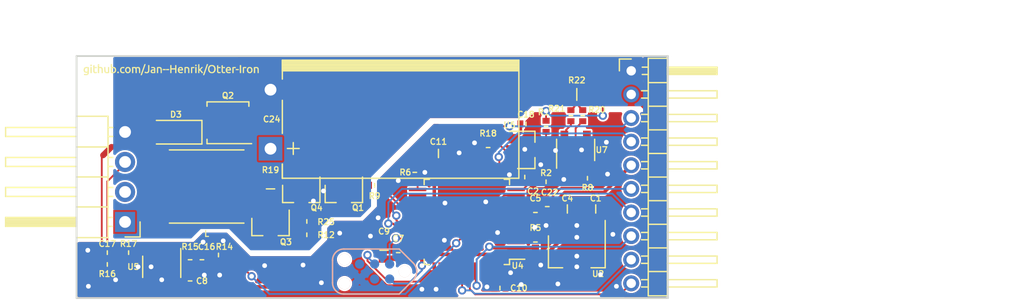
<source format=kicad_pcb>
(kicad_pcb (version 20171130) (host pcbnew "(5.1.8-0-10_14)")
  (layers (0 F.Cu mixed) (31 B.Cu mixed) (34 B.Paste user) (35 F.Paste user) (36 B.SilkS user) (37 F.SilkS user) (38 B.Mask user) (39 F.Mask user) (44 Edge.Cuts user))
  (net 0 "")
  (net 1 GND)
  (net 2 VBUS)
  (net 3 UIN)
  (net 4 +3V3)
  (net 5 "Net-(C16-Pad2)")
  (net 6 "Net-(C16-Pad1)")
  (net 7 C245_JUNC)
  (net 8 "Net-(C17-Pad1)")
  (net 9 IIN)
  (net 10 "Net-(D3-Pad1)")
  (net 11 USB_P)
  (net 12 USB_N)
  (net 13 OLED_SCL)
  (net 14 OLED_SDA)
  (net 15 "Net-(P1-Pad6)")
  (net 16 SWCLK)
  (net 17 nRST)
  (net 18 SWDIO)
  (net 19 "Net-(Q1-Pad3)")
  (net 20 "Net-(Q1-Pad1)")
  (net 21 "Net-(Q2-Pad4)")
  (net 22 "Net-(Q3-Pad2)")
  (net 23 "Net-(Q3-Pad1)")
  (net 24 INT_N)
  (net 25 PWM)
  (net 26 TTIP)
  (net 27 "Net-(R17-Pad2)")
  (net 28 "Net-(R18-Pad2)")
  (net 29 TREF)
  (net 30 "Net-(R20-Pad2)")
  (net 31 "Net-(R21-Pad1)")
  (net 32 "Net-(U4-Pad46)")
  (net 33 "Net-(U4-Pad45)")
  (net 34 "Net-(U4-Pad41)")
  (net 35 "Net-(U4-Pad40)")
  (net 36 "Net-(U4-Pad39)")
  (net 37 "Net-(U4-Pad38)")
  (net 38 "Net-(U4-Pad31)")
  (net 39 "Net-(U4-Pad30)")
  (net 40 "Net-(U4-Pad28)")
  (net 41 "Net-(U4-Pad27)")
  (net 42 "Net-(U4-Pad26)")
  (net 43 "Net-(U4-Pad20)")
  (net 44 "Net-(U4-Pad19)")
  (net 45 "Net-(U4-Pad18)")
  (net 46 "Net-(U4-Pad17)")
  (net 47 "Net-(U4-Pad16)")
  (net 48 "Net-(U4-Pad14)")
  (net 49 "Net-(U4-Pad6)")
  (net 50 "Net-(U4-Pad5)")
  (net 51 "Net-(U4-Pad4)")
  (net 52 "Net-(U4-Pad3)")
  (net 53 "Net-(J3-Pad2)")
  (net 54 "Net-(J3-Pad1)")
  (net 55 SW2)
  (net 56 SW1)
  (net 57 "Net-(P1-Pad3)")
  (net 58 "Net-(C24-Pad1)")
  (net 59 "Net-(U4-Pad22)")
  (net 60 "Net-(U4-Pad21)")
  (module otter:otter-iron-github (layer F.Cu) (at 58 100.9)
    (fp_text reference G*** hide)
    (fp_text value LOGO hide)
  )
  (module Connector_PinHeader_2.00mm:PinHeader_1x10_P2.00mm_Horizontal (layer F.Cu) (at 96.9 101)
    (fp_text reference J1 hide)
    (fp_text value Conn_01x10)
    (pad 10 thru_hole oval (at 0 18) (size 1.35 1.35) (drill 0.8) (layers *.Cu *.Mask) (net 14 OLED_SDA))
    (pad 9 thru_hole oval (at 0 16) (size 1.35 1.35) (drill 0.8) (layers *.Cu *.Mask) (net 13 OLED_SCL))
    (pad 8 thru_hole oval (at 0 14) (size 1.35 1.35) (drill 0.8) (layers *.Cu *.Mask) (net 55 SW2))
    (pad 7 thru_hole oval (at 0 12) (size 1.35 1.35) (drill 0.8) (layers *.Cu *.Mask) (net 12 USB_N))
    (pad 6 thru_hole oval (at 0 10) (size 1.35 1.35) (drill 0.8) (layers *.Cu *.Mask) (net 11 USB_P))
    (pad 5 thru_hole oval (at 0 8) (size 1.35 1.35) (drill 0.8) (layers *.Cu *.Mask) (net 4 +3V3))
    (pad 4 thru_hole oval (at 0 6) (size 1.35 1.35) (drill 0.8) (layers *.Cu *.Mask) (net 56 SW1))
    (pad 3 thru_hole oval (at 0 4) (size 1.35 1.35) (drill 0.8) (layers *.Cu *.Mask) (net 24 INT_N))
    (pad 2 thru_hole oval (at 0 2) (size 1.35 1.35) (drill 0.8) (layers *.Cu *.Mask) (net 2 VBUS))
    (pad 1 thru_hole rect (at 0 0) (size 1.35 1.35) (drill 0.8) (layers *.Cu *.Mask) (net 1 GND))
  )
  (module otter:LQFP-48_7x7mm_P0.5mm (layer F.Cu) (at 83 113.8 180)
    (fp_text reference U4 (at -4.3 -3.7) (layer F.SilkS) (effects (font (size 0.5 0.5) (thickness 0.1))))
    (fp_text value STM32F072C8Tx hide)
    (pad 48 smd rect (at -2.75 -4.1625 180) (size 0.3 1.475) (layers F.Cu F.Paste F.Mask) (net 4 +3V3))
    (pad 47 smd rect (at -2.25 -4.1625 180) (size 0.3 1.475) (layers F.Cu F.Paste F.Mask) (net 1 GND))
    (pad 46 smd rect (at -1.75 -4.1625 180) (size 0.3 1.475) (layers F.Cu F.Paste F.Mask) (net 32 "Net-(U4-Pad46)"))
    (pad 45 smd rect (at -1.25 -4.1625 180) (size 0.3 1.475) (layers F.Cu F.Paste F.Mask) (net 33 "Net-(U4-Pad45)"))
    (pad 44 smd rect (at -0.75 -4.1625 180) (size 0.3 1.475) (layers F.Cu F.Paste F.Mask) (net 55 SW2))
    (pad 43 smd rect (at -0.25 -4.1625 180) (size 0.3 1.475) (layers F.Cu F.Paste F.Mask) (net 14 OLED_SDA))
    (pad 42 smd rect (at 0.25 -4.1625 180) (size 0.3 1.475) (layers F.Cu F.Paste F.Mask) (net 13 OLED_SCL))
    (pad 41 smd rect (at 0.75 -4.1625 180) (size 0.3 1.475) (layers F.Cu F.Paste F.Mask) (net 34 "Net-(U4-Pad41)"))
    (pad 40 smd rect (at 1.25 -4.1625 180) (size 0.3 1.475) (layers F.Cu F.Paste F.Mask) (net 35 "Net-(U4-Pad40)"))
    (pad 39 smd rect (at 1.75 -4.1625 180) (size 0.3 1.475) (layers F.Cu F.Paste F.Mask) (net 36 "Net-(U4-Pad39)"))
    (pad 38 smd rect (at 2.25 -4.1625 180) (size 0.3 1.475) (layers F.Cu F.Paste F.Mask) (net 37 "Net-(U4-Pad38)"))
    (pad 37 smd rect (at 2.75 -4.1625 180) (size 0.3 1.475) (layers F.Cu F.Paste F.Mask) (net 16 SWCLK))
    (pad 36 smd rect (at 4.1625 -2.75 180) (size 1.475 0.3) (layers F.Cu F.Paste F.Mask) (net 4 +3V3))
    (pad 35 smd rect (at 4.1625 -2.25 180) (size 1.475 0.3) (layers F.Cu F.Paste F.Mask) (net 1 GND))
    (pad 34 smd rect (at 4.1625 -1.75 180) (size 1.475 0.3) (layers F.Cu F.Paste F.Mask) (net 18 SWDIO))
    (pad 33 smd rect (at 4.1625 -1.25 180) (size 1.475 0.3) (layers F.Cu F.Paste F.Mask) (net 11 USB_P))
    (pad 32 smd rect (at 4.1625 -0.75 180) (size 1.475 0.3) (layers F.Cu F.Paste F.Mask) (net 12 USB_N))
    (pad 31 smd rect (at 4.1625 -0.25 180) (size 1.475 0.3) (layers F.Cu F.Paste F.Mask) (net 38 "Net-(U4-Pad31)"))
    (pad 30 smd rect (at 4.1625 0.25 180) (size 1.475 0.3) (layers F.Cu F.Paste F.Mask) (net 39 "Net-(U4-Pad30)"))
    (pad 29 smd rect (at 4.1625 0.75 180) (size 1.475 0.3) (layers F.Cu F.Paste F.Mask) (net 25 PWM))
    (pad 28 smd rect (at 4.1625 1.25 180) (size 1.475 0.3) (layers F.Cu F.Paste F.Mask) (net 40 "Net-(U4-Pad28)"))
    (pad 27 smd rect (at 4.1625 1.75 180) (size 1.475 0.3) (layers F.Cu F.Paste F.Mask) (net 41 "Net-(U4-Pad27)"))
    (pad 26 smd rect (at 4.1625 2.25 180) (size 1.475 0.3) (layers F.Cu F.Paste F.Mask) (net 42 "Net-(U4-Pad26)"))
    (pad 25 smd rect (at 4.1625 2.75 180) (size 1.475 0.3) (layers F.Cu F.Paste F.Mask) (net 24 INT_N))
    (pad 24 smd rect (at 2.75 4.1625 180) (size 0.3 1.475) (layers F.Cu F.Paste F.Mask) (net 4 +3V3))
    (pad 23 smd rect (at 2.25 4.1625 180) (size 0.3 1.475) (layers F.Cu F.Paste F.Mask) (net 1 GND))
    (pad 22 smd rect (at 1.75 4.1625 180) (size 0.3 1.475) (layers F.Cu F.Paste F.Mask) (net 59 "Net-(U4-Pad22)"))
    (pad 21 smd rect (at 1.25 4.1625 180) (size 0.3 1.475) (layers F.Cu F.Paste F.Mask) (net 60 "Net-(U4-Pad21)"))
    (pad 20 smd rect (at 0.75 4.1625 180) (size 0.3 1.475) (layers F.Cu F.Paste F.Mask) (net 43 "Net-(U4-Pad20)"))
    (pad 19 smd rect (at 0.25 4.1625 180) (size 0.3 1.475) (layers F.Cu F.Paste F.Mask) (net 44 "Net-(U4-Pad19)"))
    (pad 18 smd rect (at -0.25 4.1625 180) (size 0.3 1.475) (layers F.Cu F.Paste F.Mask) (net 45 "Net-(U4-Pad18)"))
    (pad 17 smd rect (at -0.75 4.1625 180) (size 0.3 1.475) (layers F.Cu F.Paste F.Mask) (net 46 "Net-(U4-Pad17)"))
    (pad 16 smd rect (at -1.25 4.1625 180) (size 0.3 1.475) (layers F.Cu F.Paste F.Mask) (net 47 "Net-(U4-Pad16)"))
    (pad 15 smd rect (at -1.75 4.1625 180) (size 0.3 1.475) (layers F.Cu F.Paste F.Mask) (net 29 TREF))
    (pad 14 smd rect (at -2.25 4.1625 180) (size 0.3 1.475) (layers F.Cu F.Paste F.Mask) (net 48 "Net-(U4-Pad14)"))
    (pad 13 smd rect (at -2.75 4.1625 180) (size 0.3 1.475) (layers F.Cu F.Paste F.Mask) (net 56 SW1))
    (pad 12 smd rect (at -4.1625 2.75 180) (size 1.475 0.3) (layers F.Cu F.Paste F.Mask) (net 3 UIN))
    (pad 11 smd rect (at -4.1625 2.25 180) (size 1.475 0.3) (layers F.Cu F.Paste F.Mask) (net 26 TTIP))
    (pad 10 smd rect (at -4.1625 1.75 180) (size 1.475 0.3) (layers F.Cu F.Paste F.Mask) (net 9 IIN))
    (pad 9 smd rect (at -4.1625 1.25 180) (size 1.475 0.3) (layers F.Cu F.Paste F.Mask) (net 4 +3V3))
    (pad 8 smd rect (at -4.1625 0.75 180) (size 1.475 0.3) (layers F.Cu F.Paste F.Mask) (net 1 GND))
    (pad 7 smd rect (at -4.1625 0.25 180) (size 1.475 0.3) (layers F.Cu F.Paste F.Mask) (net 17 nRST))
    (pad 6 smd rect (at -4.1625 -0.25 180) (size 1.475 0.3) (layers F.Cu F.Paste F.Mask) (net 49 "Net-(U4-Pad6)"))
    (pad 5 smd rect (at -4.1625 -0.75 180) (size 1.475 0.3) (layers F.Cu F.Paste F.Mask) (net 50 "Net-(U4-Pad5)"))
    (pad 4 smd rect (at -4.1625 -1.25 180) (size 1.475 0.3) (layers F.Cu F.Paste F.Mask) (net 51 "Net-(U4-Pad4)"))
    (pad 3 smd rect (at -4.1625 -1.75 180) (size 1.475 0.3) (layers F.Cu F.Paste F.Mask) (net 52 "Net-(U4-Pad3)"))
    (pad 2 smd rect (at -4.1625 -2.25 180) (size 1.475 0.3) (layers F.Cu F.Paste F.Mask) (net 55 SW2))
    (pad 1 smd rect (at -4.1625 -2.75 180) (size 1.475 0.3) (layers F.Cu F.Paste F.Mask) (net 4 +3V3))
  )
  (module Inductor_SMD:L_Taiyo-Yuden_NR-60xx (layer F.Cu) (at 61 110.8 180)
    (fp_text reference L (at 0 -4) (layer F.SilkS) (effects (font (size 0.5 0.5) (thickness 0.1))))
    (fp_text value 4.7u)
    (pad 2 smd rect (at 2.35 0 180) (size 1.6 5.9) (layers F.Cu F.Paste F.Mask) (net 54 "Net-(J3-Pad1)"))
    (pad 1 smd rect (at -2.35 0 180) (size 1.6 5.9) (layers F.Cu F.Paste F.Mask) (net 10 "Net-(D3-Pad1)"))
  )
  (module Connector_PinHeader_2.54mm:PinHeader_1x04_P2.54mm_Horizontal (layer F.Cu) (at 54.1 110 180)
    (fp_text reference J3 hide)
    (fp_text value C245)
    (pad 4 thru_hole oval (at 0 3.82 180) (size 1.7 1.7) (drill 1) (layers *.Cu *.Mask) (net 1 GND))
    (pad 3 thru_hole oval (at 0 1.28 180) (size 1.7 1.7) (drill 1) (layers *.Cu *.Mask) (net 7 C245_JUNC))
    (pad 2 thru_hole oval (at 0 -1.26 180) (size 1.7 1.7) (drill 1) (layers *.Cu *.Mask) (net 53 "Net-(J3-Pad2)"))
    (pad 1 thru_hole rect (at 0 -3.8 180) (size 1.7 1.7) (drill 1) (layers *.Cu *.Mask) (net 54 "Net-(J3-Pad1)"))
  )
  (module Package_TO_SOT_SMD:SOT-23-5 (layer F.Cu) (at 92.2 107.7 90)
    (fp_text reference U7 (at 0 2.2 180) (layer F.SilkS) (effects (font (size 0.5 0.5) (thickness 0.1))))
    (fp_text value SI8540)
    (pad 5 smd rect (at 1.1 -0.95 90) (size 1.06 0.65) (layers F.Cu F.Paste F.Mask) (net 31 "Net-(R21-Pad1)"))
    (pad 4 smd rect (at 1.1 0.95 90) (size 1.06 0.65) (layers F.Cu F.Paste F.Mask) (net 9 IIN))
    (pad 3 smd rect (at -1.1 0.95 90) (size 1.06 0.65) (layers F.Cu F.Paste F.Mask) (net 1 GND))
    (pad 2 smd rect (at -1.1 0 90) (size 1.06 0.65) (layers F.Cu F.Paste F.Mask) (net 1 GND))
    (pad 1 smd rect (at -1.1 -0.95 90) (size 1.06 0.65) (layers F.Cu F.Paste F.Mask) (net 30 "Net-(R20-Pad2)"))
  )
  (module Package_TO_SOT_SMD:SOT-23 (layer F.Cu) (at 88 107.7)
    (fp_text reference U6 (at -1.4 -2.1) (layer F.SilkS) (effects (font (size 0.5 0.5) (thickness 0.1))))
    (fp_text value MCP9700AT-ETT)
    (pad 3 smd rect (at 1 0) (size 0.9 0.8) (layers F.Cu F.Paste F.Mask) (net 1 GND))
    (pad 2 smd rect (at -1 0.95) (size 0.9 0.8) (layers F.Cu F.Paste F.Mask) (net 28 "Net-(R18-Pad2)"))
    (pad 1 smd rect (at -1 -0.95) (size 0.9 0.8) (layers F.Cu F.Paste F.Mask) (net 4 +3V3))
  )
  (module Package_TO_SOT_SMD:SOT-23-5 (layer F.Cu) (at 57.2 117.6 270)
    (fp_text reference U5 (at 0 2.4 180) (layer F.SilkS) (effects (font (size 0.5 0.5) (thickness 0.1))))
    (fp_text value OPA340NA)
    (pad 5 smd rect (at 1.1 -0.95 270) (size 1.06 0.65) (layers F.Cu F.Paste F.Mask) (net 4 +3V3))
    (pad 4 smd rect (at 1.1 0.95 270) (size 1.06 0.65) (layers F.Cu F.Paste F.Mask) (net 6 "Net-(C16-Pad1)"))
    (pad 3 smd rect (at -1.1 0.95 270) (size 1.06 0.65) (layers F.Cu F.Paste F.Mask) (net 27 "Net-(R17-Pad2)"))
    (pad 2 smd rect (at -1.1 0 270) (size 1.06 0.65) (layers F.Cu F.Paste F.Mask) (net 1 GND))
    (pad 1 smd rect (at -1.1 -0.95 270) (size 1.06 0.65) (layers F.Cu F.Paste F.Mask) (net 5 "Net-(C16-Pad2)"))
  )
  (module Package_TO_SOT_SMD:SOT-89-3 (layer F.Cu) (at 92.3 115.9 270)
    (fp_text reference U2 (at 2.3 -1.8 180) (layer F.SilkS) (effects (font (size 0.5 0.5) (thickness 0.1))))
    (fp_text value AP2204R-3.3)
    (pad 2 smd trapezoid (at -0.0762 0) (size 1.5 1) (rect_delta 0 0.7) (layers F.Cu F.Paste F.Mask) (net 1 GND))
    (pad 2 smd rect (at 1.3335 0 180) (size 2.2 1.84) (layers F.Cu F.Paste F.Mask) (net 1 GND))
    (pad 3 smd rect (at -1.48 1.5 180) (size 1 1.5) (layers F.Cu F.Paste F.Mask) (net 4 +3V3))
    (pad 2 smd rect (at -1.3335 0 180) (size 1 1.8) (layers F.Cu F.Paste F.Mask) (net 1 GND))
    (pad 1 smd rect (at -1.48 -1.5 180) (size 1 1.5) (layers F.Cu F.Paste F.Mask) (net 2 VBUS))
    (pad 2 smd trapezoid (at 2.667 0 180) (size 1.6 0.85) (rect_delta 0 0.6) (layers F.Cu F.Paste F.Mask) (net 1 GND))
  )
  (module otter:R_0402 (layer F.Cu) (at 69.470711 113.756497 180)
    (fp_text reference R25 (at -1.629289 -0.043503) (layer F.SilkS) (effects (font (size 0.5 0.5) (thickness 0.1))))
    (fp_text value 2k37 hide)
    (pad 2 smd rect (at 0.47 0 180) (size 0.5 0.6) (layers F.Cu F.Paste F.Mask) (net 23 "Net-(Q3-Pad1)"))
    (pad 1 smd rect (at -0.47 0 180) (size 0.5 0.6) (layers F.Cu F.Paste F.Mask) (net 19 "Net-(Q1-Pad3)"))
  )
  (module otter:R_0805 (layer F.Cu) (at 92.3 103 180)
    (fp_text reference R22 (at 0 1.2) (layer F.SilkS) (effects (font (size 0.5 0.5) (thickness 0.1))))
    (fp_text value 10m hide)
    (pad 2 smd rect (at 0.95 0 180) (size 0.7 1.3) (layers F.Cu F.Paste F.Mask) (net 58 "Net-(C24-Pad1)"))
    (pad 1 smd rect (at -0.95 0 180) (size 0.7 1.3) (layers F.Cu F.Paste F.Mask) (net 2 VBUS))
  )
  (module otter:R_0402 (layer F.Cu) (at 91.8 104.8 90)
    (fp_text reference R21 (at 0.6 -1.2) (layer F.SilkS) (effects (font (size 0.5 0.5) (thickness 0.1))))
    (fp_text value 33 hide)
    (pad 2 smd rect (at 0.47 0 90) (size 0.5 0.6) (layers F.Cu F.Paste F.Mask) (net 58 "Net-(C24-Pad1)"))
    (pad 1 smd rect (at -0.47 0 90) (size 0.5 0.6) (layers F.Cu F.Paste F.Mask) (net 31 "Net-(R21-Pad1)"))
  )
  (module otter:R_0402 (layer F.Cu) (at 92.8 104.8 270)
    (fp_text reference R20 (at -0.5 -1.2 180) (layer F.SilkS) (effects (font (size 0.5 0.5) (thickness 0.1))))
    (fp_text value 33 hide)
    (pad 2 smd rect (at 0.47 0 270) (size 0.5 0.6) (layers F.Cu F.Paste F.Mask) (net 30 "Net-(R20-Pad2)"))
    (pad 1 smd rect (at -0.47 0 270) (size 0.5 0.6) (layers F.Cu F.Paste F.Mask) (net 2 VBUS))
  )
  (module otter:R_0603 (layer F.Cu) (at 66.4 111 90)
    (fp_text reference R19 (at 1.6 0 180) (layer F.SilkS) (effects (font (size 0.5 0.5) (thickness 0.1))))
    (fp_text value 20 hide)
    (pad 2 smd rect (at 0.75 0 90) (size 0.6 0.9) (layers F.Cu F.Paste F.Mask) (net 21 "Net-(Q2-Pad4)"))
    (pad 1 smd rect (at -0.75 0 90) (size 0.6 0.9) (layers F.Cu F.Paste F.Mask) (net 22 "Net-(Q3-Pad2)"))
  )
  (module otter:R_0402 (layer F.Cu) (at 84.8 107.5 90)
    (fp_text reference R18 (at 1.2 0 180) (layer F.SilkS) (effects (font (size 0.5 0.5) (thickness 0.1))))
    (fp_text value 2k37 hide)
    (pad 2 smd rect (at 0.47 0 90) (size 0.5 0.6) (layers F.Cu F.Paste F.Mask) (net 28 "Net-(R18-Pad2)"))
    (pad 1 smd rect (at -0.47 0 90) (size 0.5 0.6) (layers F.Cu F.Paste F.Mask) (net 29 TREF))
  )
  (module otter:R_0402 (layer F.Cu) (at 54.4 116.4)
    (fp_text reference R17 (at 0 -0.75) (layer F.SilkS) (effects (font (size 0.5 0.5) (thickness 0.1))))
    (fp_text value 100k hide)
    (pad 2 smd rect (at 0.47 0) (size 0.5 0.6) (layers F.Cu F.Paste F.Mask) (net 27 "Net-(R17-Pad2)"))
    (pad 1 smd rect (at -0.47 0) (size 0.5 0.6) (layers F.Cu F.Paste F.Mask) (net 7 C245_JUNC))
  )
  (module otter:R_0402 (layer F.Cu) (at 52.6 117.4)
    (fp_text reference R16 (at 0 0.8) (layer F.SilkS) (effects (font (size 0.5 0.5) (thickness 0.1))))
    (fp_text value 2k37 hide)
    (pad 2 smd rect (at 0.47 0) (size 0.5 0.6) (layers F.Cu F.Paste F.Mask) (net 6 "Net-(C16-Pad1)"))
    (pad 1 smd rect (at -0.47 0) (size 0.5 0.6) (layers F.Cu F.Paste F.Mask) (net 8 "Net-(C17-Pad1)"))
  )
  (module otter:R_0402 (layer F.Cu) (at 59.6 117 90)
    (fp_text reference R15 (at 1.1 0 180) (layer F.SilkS) (effects (font (size 0.5 0.5) (thickness 0.1))))
    (fp_text value 750k hide)
    (pad 2 smd rect (at 0.47 0 90) (size 0.5 0.6) (layers F.Cu F.Paste F.Mask) (net 5 "Net-(C16-Pad2)"))
    (pad 1 smd rect (at -0.47 0 90) (size 0.5 0.6) (layers F.Cu F.Paste F.Mask) (net 6 "Net-(C16-Pad1)"))
  )
  (module otter:R_0402 (layer F.Cu) (at 62 116.6)
    (fp_text reference R14 (at 0.5 -0.7) (layer F.SilkS) (effects (font (size 0.5 0.5) (thickness 0.1))))
    (fp_text value 2k37 hide)
    (pad 2 smd rect (at 0.47 0) (size 0.5 0.6) (layers F.Cu F.Paste F.Mask) (net 26 TTIP))
    (pad 1 smd rect (at -0.47 0) (size 0.5 0.6) (layers F.Cu F.Paste F.Mask) (net 5 "Net-(C16-Pad2)"))
  )
  (module otter:R_0402 (layer F.Cu) (at 69.470711 114.887868)
    (fp_text reference R12 (at 1.629289 0.012132) (layer F.SilkS) (effects (font (size 0.5 0.5) (thickness 0.1))))
    (fp_text value 2k37 hide)
    (pad 2 smd rect (at 0.47 0) (size 0.5 0.6) (layers F.Cu F.Paste F.Mask) (net 19 "Net-(Q1-Pad3)"))
    (pad 1 smd rect (at -0.47 0) (size 0.5 0.6) (layers F.Cu F.Paste F.Mask) (net 58 "Net-(C24-Pad1)"))
  )
  (module otter:R_0402 (layer F.Cu) (at 75.2 110.7 180)
    (fp_text reference R9 (at 0 -0.9) (layer F.SilkS) (effects (font (size 0.5 0.5) (thickness 0.1))))
    (fp_text value 2k37 hide)
    (pad 2 smd rect (at 0.47 0 180) (size 0.5 0.6) (layers F.Cu F.Paste F.Mask) (net 20 "Net-(Q1-Pad1)"))
    (pad 1 smd rect (at -0.47 0 180) (size 0.5 0.6) (layers F.Cu F.Paste F.Mask) (net 25 PWM))
  )
  (module otter:R_0402 (layer F.Cu) (at 93.2 110.1 180)
    (fp_text reference R8 (at 0 -0.8) (layer F.SilkS) (effects (font (size 0.5 0.5) (thickness 0.1))))
    (fp_text value 2k37 hide)
    (pad 2 smd rect (at 0.47 0 180) (size 0.5 0.6) (layers F.Cu F.Paste F.Mask) (net 1 GND))
    (pad 1 smd rect (at -0.47 0 180) (size 0.5 0.6) (layers F.Cu F.Paste F.Mask) (net 9 IIN))
  )
  (module otter:R_0402 (layer F.Cu) (at 78.6 109.6 90)
    (fp_text reference R6 (at 0 -0.8 180) (layer F.SilkS) (effects (font (size 0.5 0.5) (thickness 0.1))))
    (fp_text value 2k37 hide)
    (pad 2 smd rect (at 0.47 0 90) (size 0.5 0.6) (layers F.Cu F.Paste F.Mask) (net 4 +3V3))
    (pad 1 smd rect (at -0.47 0 90) (size 0.5 0.6) (layers F.Cu F.Paste F.Mask) (net 24 INT_N))
  )
  (module otter:R_0402 (layer F.Cu) (at 88.8 115.5 270)
    (fp_text reference R5 (at -1.2 0 180) (layer F.SilkS) (effects (font (size 0.5 0.5) (thickness 0.1))))
    (fp_text value 2k37 hide)
    (pad 2 smd rect (at 0.47 0 270) (size 0.5 0.6) (layers F.Cu F.Paste F.Mask) (net 55 SW2))
    (pad 1 smd rect (at -0.47 0 270) (size 0.5 0.6) (layers F.Cu F.Paste F.Mask) (net 1 GND))
  )
  (module otter:R_0402 (layer F.Cu) (at 89.7 110.4)
    (fp_text reference R2 (at 0 -0.75) (layer F.SilkS) (effects (font (size 0.5 0.5) (thickness 0.1))))
    (fp_text value 100k hide)
    (pad 2 smd rect (at 0.47 0) (size 0.5 0.6) (layers F.Cu F.Paste F.Mask) (net 1 GND))
    (pad 1 smd rect (at -0.47 0) (size 0.5 0.6) (layers F.Cu F.Paste F.Mask) (net 3 UIN))
  )
  (module otter:R_0402 (layer F.Cu) (at 89.7 105.7 270)
    (fp_text reference R1 (at -1.2 0.2 180) (layer F.SilkS) (effects (font (size 0.5 0.5) (thickness 0.1))))
    (fp_text value 560k hide)
    (pad 2 smd rect (at 0.47 0 270) (size 0.5 0.6) (layers F.Cu F.Paste F.Mask) (net 3 UIN))
    (pad 1 smd rect (at -0.47 0 270) (size 0.5 0.6) (layers F.Cu F.Paste F.Mask) (net 2 VBUS))
  )
  (module Package_TO_SOT_SMD:SOT-23 (layer F.Cu) (at 69 111.4 270)
    (fp_text reference Q4 (at 1.2 -1.3 180) (layer F.SilkS) (effects (font (size 0.5 0.5) (thickness 0.1))))
    (fp_text value BC807)
    (pad 3 smd rect (at 1 0 270) (size 0.9 0.8) (layers F.Cu F.Paste F.Mask) (net 1 GND))
    (pad 2 smd rect (at -1 0.95 270) (size 0.9 0.8) (layers F.Cu F.Paste F.Mask) (net 22 "Net-(Q3-Pad2)"))
    (pad 1 smd rect (at -1 -0.95 270) (size 0.9 0.8) (layers F.Cu F.Paste F.Mask) (net 23 "Net-(Q3-Pad1)"))
  )
  (module Package_TO_SOT_SMD:SOT-23 (layer F.Cu) (at 66.4 114.2 270)
    (fp_text reference Q3 (at 1.3 -1.3 180) (layer F.SilkS) (effects (font (size 0.5 0.5) (thickness 0.1))))
    (fp_text value SS8050)
    (pad 3 smd rect (at 1 0 270) (size 0.9 0.8) (layers F.Cu F.Paste F.Mask) (net 58 "Net-(C24-Pad1)"))
    (pad 2 smd rect (at -1 0.95 270) (size 0.9 0.8) (layers F.Cu F.Paste F.Mask) (net 22 "Net-(Q3-Pad2)"))
    (pad 1 smd rect (at -1 -0.95 270) (size 0.9 0.8) (layers F.Cu F.Paste F.Mask) (net 23 "Net-(Q3-Pad1)"))
  )
  (module otter:Diodes_PowerDI3333-8 (layer F.Cu) (at 62.8 105.4 180)
    (fp_text reference Q2 (at 0 2.3) (layer F.SilkS) (effects (font (size 0.5 0.5) (thickness 0.1))))
    (fp_text value DMP3017SFG)
    (pad 1 smd rect (at -1.5 -0.975 180) (size 0.7 0.42) (layers F.Cu F.Paste F.Mask) (net 58 "Net-(C24-Pad1)"))
    (pad 3 smd rect (at -1.5 0.325 180) (size 0.7 0.42) (layers F.Cu F.Paste F.Mask) (net 58 "Net-(C24-Pad1)"))
    (pad 2 smd rect (at -1.5 -0.325 180) (size 0.7 0.42) (layers F.Cu F.Paste F.Mask) (net 58 "Net-(C24-Pad1)"))
    (pad 4 smd rect (at -1.5 0.975 180) (size 0.7 0.42) (layers F.Cu F.Paste F.Mask) (net 21 "Net-(Q2-Pad4)"))
    (pad 5 smd custom (at 0.455 0 180) (size 1.71 2.37) (layers F.Cu F.Mask) (net 10 "Net-(D3-Pad1)") (options (clearance outline) (anchor rect)) (primitives (gr_poly (pts (xy 0.855 1.185) (xy 1.395 1.185) (xy 1.395 0.765) (xy 0.855 0.765)) (width 0)) (gr_poly (pts (xy 0.855 0.535) (xy 1.395 0.535) (xy 1.395 0.115) (xy 0.855 0.115)) (width 0)) (gr_poly (pts (xy 0.855 -0.115) (xy 1.395 -0.115) (xy 1.395 -0.535) (xy 0.855 -0.535)) (width 0)) (gr_poly (pts (xy 0.855 -0.765) (xy 1.395 -0.765) (xy 1.395 -1.185) (xy 0.855 -1.185)) (width 0))))
  )
  (module Package_TO_SOT_SMD:SOT-23 (layer F.Cu) (at 72.6 111.4 270)
    (fp_text reference Q1 (at 1.2 -1.2 180) (layer F.SilkS) (effects (font (size 0.5 0.5) (thickness 0.1))))
    (fp_text value SS8050)
    (pad 3 smd rect (at 1 0 270) (size 0.9 0.8) (layers F.Cu F.Paste F.Mask) (net 19 "Net-(Q1-Pad3)"))
    (pad 2 smd rect (at -1 0.95 270) (size 0.9 0.8) (layers F.Cu F.Paste F.Mask) (net 1 GND))
    (pad 1 smd rect (at -1 -0.95 270) (size 0.9 0.8) (layers F.Cu F.Paste F.Mask) (net 20 "Net-(Q1-Pad1)"))
  )
  (module otter:TC2030 (layer B.Cu) (at 75.2 118 180)
    (fp_text reference P1 hide)
    (fp_text value TC2030-CTX hide)
    (pad "" np_thru_hole circle (at 2.54 -1.016 180) (size 0.98552 0.98552) (drill 0.98552) (layers *.Cu *.Mask B.SilkS))
    (pad "" np_thru_hole circle (at 2.54 1.016 180) (size 0.98552 0.98552) (drill 0.98552) (layers *.Cu *.Mask B.SilkS))
    (pad "" np_thru_hole circle (at -2.54 0 180) (size 0.98806 0.98806) (drill 0.98806) (layers *.Cu *.Mask B.SilkS))
    (pad 6 connect circle (at 1.27 0.635 180) (size 0.78486 0.78486) (layers B.Cu B.Mask) (net 15 "Net-(P1-Pad6)"))
    (pad 5 connect circle (at 1.27 -0.635 180) (size 0.78486 0.78486) (layers B.Cu B.Mask) (net 1 GND))
    (pad 4 connect circle (at 0 0.635 180) (size 0.78486 0.78486) (layers B.Cu B.Mask) (net 16 SWCLK))
    (pad 3 connect circle (at 0 -0.635 180) (size 0.78486 0.78486) (layers B.Cu B.Mask) (net 57 "Net-(P1-Pad3)"))
    (pad 2 connect circle (at -1.27 0.635 180) (size 0.78486 0.78486) (layers B.Cu B.Mask) (net 18 SWDIO))
    (pad 1 connect circle (at -1.27 -0.635 180) (size 0.78486 0.78486) (layers B.Cu B.Mask) (net 4 +3V3))
  )
  (module NetTie:NetTie-2_SMD_Pad0.5mm (layer F.Cu) (at 52.6 107.8 45)
    (fp_text reference NT1 hide)
    (fp_text value JUNC_N)
    (fp_poly (pts (xy -0.5 -0.25) (xy 0.5 -0.25) (xy 0.5 0.25) (xy -0.5 0.25)) (layer F.Cu) (width 0))
    (pad 2 smd circle (at 0.5 0 45) (size 0.5 0.5) (layers F.Cu) (net 1 GND))
    (pad 1 smd circle (at -0.5 0 45) (size 0.5 0.5) (layers F.Cu) (net 8 "Net-(C17-Pad1)"))
  )
  (module Diode_SMD:D_SOD-123F (layer F.Cu) (at 58.4 106.2 180)
    (fp_text reference D3 (at 0 1.5) (layer F.SilkS) (effects (font (size 0.5 0.5) (thickness 0.1))))
    (fp_text value B140-E3)
    (pad 2 smd rect (at 1.4 0 180) (size 1.1 1.1) (layers F.Cu F.Paste F.Mask) (net 1 GND))
    (pad 1 smd rect (at -1.4 0 180) (size 1.1 1.1) (layers F.Cu F.Paste F.Mask) (net 10 "Net-(D3-Pad1)"))
  )
  (module otter:CP_Radial_D10.0mm_P5.00mm_flat (layer F.Cu) (at 66.4 105.1 90)
    (fp_text reference C24 (at 0 0.1 180) (layer F.SilkS) (effects (font (size 0.5 0.5) (thickness 0.1))))
    (fp_text value 1000µF)
    (pad 2 thru_hole circle (at 2.5 0 90) (size 2 2) (drill 1) (layers *.Cu *.Mask) (net 1 GND))
    (pad 1 thru_hole rect (at -2.5 0 90) (size 2 2) (drill 1) (layers *.Cu *.Mask) (net 58 "Net-(C24-Pad1)"))
  )
  (module otter:C_0402 (layer F.Cu) (at 89.8 112.5 270)
    (fp_text reference C22 (at -1.2 -0.2 180) (layer F.SilkS) (effects (font (size 0.5 0.5) (thickness 0.1))))
    (fp_text value 0.1μF hide)
    (pad 2 smd rect (at 0.47 0 270) (size 0.5 0.6) (layers F.Cu F.Paste F.Mask) (net 1 GND))
    (pad 1 smd rect (at -0.47 0 270) (size 0.5 0.6) (layers F.Cu F.Paste F.Mask) (net 9 IIN))
  )
  (module otter:C_0402 (layer F.Cu) (at 88 105.5)
    (fp_text reference C18 (at 0 -0.8) (layer F.SilkS) (effects (font (size 0.5 0.5) (thickness 0.1))))
    (fp_text value 0.1μF hide)
    (pad 2 smd rect (at 0.47 0) (size 0.5 0.6) (layers F.Cu F.Paste F.Mask) (net 1 GND))
    (pad 1 smd rect (at -0.47 0) (size 0.5 0.6) (layers F.Cu F.Paste F.Mask) (net 4 +3V3))
  )
  (module otter:C_0402 (layer F.Cu) (at 52.6 116.4)
    (fp_text reference C17 (at 0 -0.75) (layer F.SilkS) (effects (font (size 0.5 0.5) (thickness 0.1))))
    (fp_text value DNP hide)
    (pad 2 smd rect (at 0.47 0) (size 0.5 0.6) (layers F.Cu F.Paste F.Mask) (net 7 C245_JUNC))
    (pad 1 smd rect (at -0.47 0) (size 0.5 0.6) (layers F.Cu F.Paste F.Mask) (net 8 "Net-(C17-Pad1)"))
  )
  (module otter:C_0402 (layer F.Cu) (at 60.6 117 90)
    (fp_text reference C16 (at 1.1 0.4 180) (layer F.SilkS) (effects (font (size 0.5 0.5) (thickness 0.1))))
    (fp_text value 18p hide)
    (pad 2 smd rect (at 0.47 0 90) (size 0.5 0.6) (layers F.Cu F.Paste F.Mask) (net 5 "Net-(C16-Pad2)"))
    (pad 1 smd rect (at -0.47 0 90) (size 0.5 0.6) (layers F.Cu F.Paste F.Mask) (net 6 "Net-(C16-Pad1)"))
  )
  (module otter:C_0603 (layer F.Cu) (at 80.6 108)
    (fp_text reference C11 (at 0 -1) (layer F.SilkS) (effects (font (size 0.5 0.5) (thickness 0.1))))
    (fp_text value "1μF 25V" hide)
    (pad 2 smd rect (at 0.75 0) (size 0.6 0.9) (layers F.Cu F.Paste F.Mask) (net 1 GND))
    (pad 1 smd rect (at -0.75 0) (size 0.6 0.9) (layers F.Cu F.Paste F.Mask) (net 4 +3V3))
  )
  (module otter:C_0402 (layer F.Cu) (at 85.8 119.4 180)
    (fp_text reference C10 (at -1.6 0) (layer F.SilkS) (effects (font (size 0.5 0.5) (thickness 0.1))))
    (fp_text value 0.1μF hide)
    (pad 2 smd rect (at 0.47 0 180) (size 0.5 0.6) (layers F.Cu F.Paste F.Mask) (net 1 GND))
    (pad 1 smd rect (at -0.47 0 180) (size 0.5 0.6) (layers F.Cu F.Paste F.Mask) (net 4 +3V3))
  )
  (module otter:C_0603 (layer F.Cu) (at 76 116.2 90)
    (fp_text reference C9 (at 1.6 0 180) (layer F.SilkS) (effects (font (size 0.5 0.5) (thickness 0.1))))
    (fp_text value "1μF 25V" hide)
    (pad 2 smd rect (at 0.75 0 90) (size 0.6 0.9) (layers F.Cu F.Paste F.Mask) (net 1 GND))
    (pad 1 smd rect (at -0.75 0 90) (size 0.6 0.9) (layers F.Cu F.Paste F.Mask) (net 4 +3V3))
  )
  (module otter:C_0402 (layer F.Cu) (at 59.6 118.8 90)
    (fp_text reference C8 (at 0 1 180) (layer F.SilkS) (effects (font (size 0.5 0.5) (thickness 0.1))))
    (fp_text value 0.1μF hide)
    (pad 2 smd rect (at 0.47 0 90) (size 0.5 0.6) (layers F.Cu F.Paste F.Mask) (net 1 GND))
    (pad 1 smd rect (at -0.47 0 90) (size 0.5 0.6) (layers F.Cu F.Paste F.Mask) (net 4 +3V3))
  )
  (module otter:C_0402 (layer F.Cu) (at 77.2 116.4 90)
    (fp_text reference C7 (at 1.2 0 180) (layer F.SilkS) (effects (font (size 0.5 0.5) (thickness 0.1))))
    (fp_text value 0.1μF hide)
    (pad 2 smd rect (at 0.47 0 90) (size 0.5 0.6) (layers F.Cu F.Paste F.Mask) (net 1 GND))
    (pad 1 smd rect (at -0.47 0 90) (size 0.5 0.6) (layers F.Cu F.Paste F.Mask) (net 4 +3V3))
  )
  (module otter:C_0402 (layer F.Cu) (at 88.8 113 270)
    (fp_text reference C5 (at -1.2 0 180) (layer F.SilkS) (effects (font (size 0.5 0.5) (thickness 0.1))))
    (fp_text value 0.1μF hide)
    (pad 2 smd rect (at 0.47 0 270) (size 0.5 0.6) (layers F.Cu F.Paste F.Mask) (net 1 GND))
    (pad 1 smd rect (at -0.47 0 270) (size 0.5 0.6) (layers F.Cu F.Paste F.Mask) (net 4 +3V3))
  )
  (module otter:C_0603 (layer F.Cu) (at 91.5 112.7)
    (fp_text reference C4 (at 0 -0.9) (layer F.SilkS) (effects (font (size 0.5 0.5) (thickness 0.1))))
    (fp_text value "1μF 25V" hide)
    (pad 2 smd rect (at 0.75 0) (size 0.6 0.9) (layers F.Cu F.Paste F.Mask) (net 1 GND))
    (pad 1 smd rect (at -0.75 0) (size 0.6 0.9) (layers F.Cu F.Paste F.Mask) (net 4 +3V3))
  )
  (module otter:C_0402 (layer F.Cu) (at 87.9 110 180)
    (fp_text reference C2 (at -0.7 -1.2) (layer F.SilkS) (effects (font (size 0.5 0.5) (thickness 0.1))))
    (fp_text value 0.1μF hide)
    (pad 2 smd rect (at 0.47 0 180) (size 0.5 0.6) (layers F.Cu F.Paste F.Mask) (net 1 GND))
    (pad 1 smd rect (at -0.47 0 180) (size 0.5 0.6) (layers F.Cu F.Paste F.Mask) (net 3 UIN))
  )
  (module otter:C_0603 (layer F.Cu) (at 93.9 112.7 180)
    (fp_text reference C1 (at 0 0.9) (layer F.SilkS) (effects (font (size 0.5 0.5) (thickness 0.1))))
    (fp_text value "1μF 25V" hide)
    (pad 2 smd rect (at 0.75 0 180) (size 0.6 0.9) (layers F.Cu F.Paste F.Mask) (net 1 GND))
    (pad 1 smd rect (at -0.75 0 180) (size 0.6 0.9) (layers F.Cu F.Paste F.Mask) (net 2 VBUS))
  )
  (gr_line (start 50 99.75) (end 100 99.75) (layer Edge.Cuts) (width 0.15))
  (gr_line (start 100 120.25) (end 100 99.75) (layer Edge.Cuts) (width 0.15))
  (gr_line (start 50 120.25) (end 100 120.25) (layer Edge.Cuts) (width 0.15))
  (gr_line (start 50 99.75) (end 50 120.25) (layer Edge.Cuts) (width 0.15))
  (via (at 92.3 117.6) (size 0.7) (drill 0.4) (layers F.Cu B.Cu) (net 1))
  (via (at 92.3 116.7) (size 0.7) (drill 0.4) (layers F.Cu B.Cu) (net 1))
  (via (at 92.3 115.1) (size 0.7) (drill 0.4) (layers F.Cu B.Cu) (net 1))
  (via (at 92.3 114.1) (size 0.7) (drill 0.4) (layers F.Cu B.Cu) (net 1))
  (segment (start 54.22 106.18) (end 54.25 106.18) (width 0.154) (layer F.Cu) (net 1))
  (segment (start 52.953553 107.446447) (end 54.22 106.18) (width 0.154) (layer F.Cu) (net 1))
  (segment (start 56.98 106.18) (end 57 106.2) (width 0.8) (layer F.Cu) (net 1))
  (segment (start 54.25 106.18) (end 56.98 106.18) (width 0.8) (layer F.Cu) (net 1))
  (via (at 56.3 117.6) (size 0.7) (drill 0.4) (layers F.Cu B.Cu) (net 1))
  (segment (start 56.462202 117.6) (end 56.3 117.6) (width 0.2) (layer F.Cu) (net 1))
  (segment (start 57.2 116.5) (end 57.2 116.862202) (width 0.2) (layer F.Cu) (net 1))
  (segment (start 57.2 116.862202) (end 56.462202 117.6) (width 0.2) (layer F.Cu) (net 1))
  (via (at 55.2 117.6) (size 0.7) (drill 0.4) (layers F.Cu B.Cu) (net 1))
  (segment (start 56.3 117.6) (end 55.2 117.6) (width 0.2) (layer F.Cu) (net 1))
  (via (at 57.2 118.7) (size 0.7) (drill 0.4) (layers F.Cu B.Cu) (net 1))
  (via (at 86.7 118.1) (size 0.7) (drill 0.4) (layers F.Cu B.Cu) (net 1))
  (via (at 87.6 119.1) (size 0.7) (drill 0.4) (layers F.Cu B.Cu) (net 1))
  (via (at 84.7 119.3) (size 0.7) (drill 0.4) (layers F.Cu B.Cu) (net 1))
  (segment (start 85.25 117.9625) (end 85.25 119.32) (width 0.3) (layer F.Cu) (net 1))
  (via (at 80.4 119.5) (size 0.7) (drill 0.4) (layers F.Cu B.Cu) (net 1))
  (segment (start 76.28 115.73) (end 76.28 115.73) (width 0.3) (layer F.Cu) (net 1))
  (via (at 53.3 118.7) (size 0.7) (drill 0.4) (layers F.Cu B.Cu) (net 1))
  (segment (start 80.75 108.6) (end 81.35 108) (width 0.3) (layer F.Cu) (net 1))
  (segment (start 80.75 109.6375) (end 80.75 108.6) (width 0.3) (layer F.Cu) (net 1))
  (segment (start 76.6 116.05) (end 76.28 115.73) (width 0.3) (layer F.Cu) (net 1))
  (segment (start 76.28 115.73) (end 76 115.45) (width 0.3) (layer F.Cu) (net 1))
  (segment (start 78.8375 116.05) (end 76.6 116.05) (width 0.3) (layer F.Cu) (net 1))
  (via (at 62.1 118.3) (size 0.7) (drill 0.4) (layers F.Cu B.Cu) (net 1))
  (via (at 60.8 118.3) (size 0.7) (drill 0.4) (layers F.Cu B.Cu) (net 1))
  (segment (start 69.65 112.4) (end 69 112.4) (width 0.5) (layer F.Cu) (net 1))
  (segment (start 71.65 110.4) (end 70.875 111.175) (width 0.5) (layer F.Cu) (net 1))
  (segment (start 70.025 112.025) (end 69.65 112.4) (width 0.5) (layer F.Cu) (net 1))
  (via (at 70.025 112.025) (size 0.7) (drill 0.4) (layers F.Cu B.Cu) (net 1))
  (segment (start 70.875 111.175) (end 70.025 112.025) (width 0.5) (layer F.Cu) (net 1))
  (via (at 70.875 111.175) (size 0.7) (drill 0.4) (layers F.Cu B.Cu) (net 1))
  (via (at 91.2 110.2) (size 0.7) (drill 0.4) (layers F.Cu B.Cu) (net 1))
  (via (at 89.7 114.1) (size 0.7) (drill 0.4) (layers F.Cu B.Cu) (net 1))
  (via (at 88.75 114.25) (size 0.7) (drill 0.4) (layers F.Cu B.Cu) (net 1))
  (via (at 89.25 117.45) (size 0.7) (drill 0.4) (layers F.Cu B.Cu) (net 1))
  (via (at 90.7 119.05) (size 0.7) (drill 0.4) (layers F.Cu B.Cu) (net 1))
  (via (at 94.3 118.25) (size 0.7) (drill 0.4) (layers F.Cu B.Cu) (net 1))
  (via (at 95.35 114.85) (size 0.7) (drill 0.4) (layers F.Cu B.Cu) (net 1))
  (via (at 95.65 119.25) (size 0.7) (drill 0.4) (layers F.Cu B.Cu) (net 1))
  (via (at 94.9 109.75) (size 0.7) (drill 0.4) (layers F.Cu B.Cu) (net 1))
  (via (at 94.8 107.05) (size 0.7) (drill 0.4) (layers F.Cu B.Cu) (net 1))
  (via (at 92.7 107.7) (size 0.7) (drill 0.4) (layers F.Cu B.Cu) (net 1))
  (via (at 90.5 107.75) (size 0.7) (drill 0.4) (layers F.Cu B.Cu) (net 1))
  (via (at 89.25 108.95) (size 0.7) (drill 0.4) (layers F.Cu B.Cu) (net 1))
  (via (at 87.9 107.65) (size 0.7) (drill 0.4) (layers F.Cu B.Cu) (net 1))
  (via (at 86.6 109.8) (size 0.7) (drill 0.4) (layers F.Cu B.Cu) (net 1))
  (via (at 84.6 112.1) (size 0.7) (drill 0.4) (layers F.Cu B.Cu) (net 1))
  (via (at 81.15 112.2) (size 0.7) (drill 0.4) (layers F.Cu B.Cu) (net 1))
  (via (at 81.1 115.35) (size 0.7) (drill 0.4) (layers F.Cu B.Cu) (net 1))
  (via (at 85.6 114.7) (size 0.7) (drill 0.4) (layers F.Cu B.Cu) (net 1))
  (via (at 82.35 107.95) (size 0.7) (drill 0.4) (layers F.Cu B.Cu) (net 1))
  (via (at 83.65 107.1) (size 0.7) (drill 0.4) (layers F.Cu B.Cu) (net 1))
  (via (at 79.45 109.6) (size 0.7) (drill 0.4) (layers F.Cu B.Cu) (net 1))
  (via (at 77.2 110.3) (size 0.7) (drill 0.4) (layers F.Cu B.Cu) (net 1))
  (via (at 75.5 113.45) (size 0.7) (drill 0.4) (layers F.Cu B.Cu) (net 1))
  (via (at 74.85 115) (size 0.7) (drill 0.4) (layers F.Cu B.Cu) (net 1))
  (via (at 72.25 114.75) (size 0.7) (drill 0.4) (layers F.Cu B.Cu) (net 1))
  (via (at 69.15 117.45) (size 0.7) (drill 0.4) (layers F.Cu B.Cu) (net 1))
  (via (at 65.9 117.5) (size 0.7) (drill 0.4) (layers F.Cu B.Cu) (net 1))
  (via (at 62.4 115.4) (size 0.7) (drill 0.4) (layers F.Cu B.Cu) (net 1))
  (via (at 60.7 115.5) (size 0.7) (drill 0.4) (layers F.Cu B.Cu) (net 1))
  (via (at 50.95 116.2) (size 0.7) (drill 0.4) (layers F.Cu B.Cu) (net 1))
  (via (at 51 119.25) (size 0.7) (drill 0.4) (layers F.Cu B.Cu) (net 1))
  (via (at 70.7 118.95) (size 0.7) (drill 0.4) (layers F.Cu B.Cu) (net 1))
  (via (at 79.2 119.5) (size 0.7) (drill 0.4) (layers F.Cu B.Cu) (net 1))
  (segment (start 92.5 104.03) (end 92.8 104.33) (width 0.154) (layer F.Cu) (net 2))
  (segment (start 92.5 103.2) (end 92.5 104.03) (width 0.154) (layer F.Cu) (net 2))
  (segment (start 93.25 103) (end 92.7 103) (width 0.154) (layer F.Cu) (net 2))
  (segment (start 92.7 103) (end 92.5 103.2) (width 0.154) (layer F.Cu) (net 2))
  (segment (start 94.65 112.7) (end 94.65 113.57) (width 0.5) (layer F.Cu) (net 2))
  (segment (start 94.65 113.57) (end 94.31 113.91) (width 0.5) (layer F.Cu) (net 2))
  (segment (start 94.31 113.91) (end 93.8 114.42) (width 0.5) (layer F.Cu) (net 2))
  (segment (start 97.5 114) (end 94.4 114) (width 0.3) (layer F.Cu) (net 2))
  (segment (start 94.4 114) (end 94.31 113.91) (width 0.3) (layer F.Cu) (net 2))
  (segment (start 98.4 113.1) (end 97.5 114) (width 0.3) (layer F.Cu) (net 2))
  (segment (start 96.9 103) (end 98.4 104.5) (width 0.3) (layer F.Cu) (net 2))
  (segment (start 98.4 104.5) (end 98.4 113.1) (width 0.3) (layer F.Cu) (net 2))
  (segment (start 96.9 103) (end 95.1 103) (width 0.154) (layer F.Cu) (net 2))
  (via (at 94.5 104.8) (size 0.7) (drill 0.4) (layers F.Cu B.Cu) (net 2))
  (segment (start 95.1 103) (end 94.5 103.6) (width 0.154) (layer F.Cu) (net 2))
  (segment (start 94.5 103.6) (end 94.5 104.8) (width 0.154) (layer F.Cu) (net 2))
  (via (at 89.7 104.4) (size 0.7) (drill 0.4) (layers F.Cu B.Cu) (net 2))
  (segment (start 94.5 104.8) (end 90.1 104.8) (width 0.154) (layer B.Cu) (net 2))
  (segment (start 90.1 104.8) (end 89.7 104.4) (width 0.154) (layer B.Cu) (net 2))
  (segment (start 89.7 104.4) (end 89.7 105.23) (width 0.154) (layer F.Cu) (net 2))
  (segment (start 88.37 110.43) (end 88.37 110) (width 0.154) (layer F.Cu) (net 3))
  (segment (start 87.75 111.05) (end 88.37 110.43) (width 0.154) (layer F.Cu) (net 3))
  (segment (start 87.1625 111.05) (end 87.75 111.05) (width 0.154) (layer F.Cu) (net 3))
  (segment (start 88.6 110) (end 88.37 110) (width 0.154) (layer F.Cu) (net 3))
  (segment (start 89.23 110.4) (end 89 110.4) (width 0.154) (layer F.Cu) (net 3))
  (segment (start 89 110.4) (end 88.6 110) (width 0.154) (layer F.Cu) (net 3))
  (segment (start 89.7 106.574) (end 89.9 106.774) (width 0.154) (layer F.Cu) (net 3))
  (segment (start 89.7 106.17) (end 89.7 106.574) (width 0.154) (layer F.Cu) (net 3))
  (segment (start 89.23 110.35) (end 89.23 110.4) (width 0.154) (layer F.Cu) (net 3))
  (segment (start 89.9 109.68) (end 89.23 110.35) (width 0.154) (layer F.Cu) (net 3))
  (segment (start 89.9 106.774) (end 89.9 109.68) (width 0.154) (layer F.Cu) (net 3))
  (segment (start 85.75 117.9625) (end 87.1625 116.55) (width 0.3) (layer F.Cu) (net 4))
  (segment (start 87.1625 116.55) (end 88.2 116.55) (width 0.3) (layer F.Cu) (net 4))
  (segment (start 80.25 108.4) (end 79.85 108) (width 0.3) (layer F.Cu) (net 4))
  (segment (start 80.25 109.6375) (end 80.25 108.4) (width 0.3) (layer F.Cu) (net 4))
  (segment (start 79.73 108) (end 78.6 109.13) (width 0.3) (layer F.Cu) (net 4))
  (segment (start 79.85 108) (end 79.73 108) (width 0.3) (layer F.Cu) (net 4))
  (segment (start 80.35 116.55) (end 78.8375 116.55) (width 0.3) (layer F.Cu) (net 4))
  (segment (start 80.25 116.45) (end 80.35 116.55) (width 0.3) (layer F.Cu) (net 4))
  (segment (start 80.25 109.6375) (end 80.25 116.45) (width 0.3) (layer F.Cu) (net 4))
  (segment (start 76.45 116.95) (end 77.2 116.95) (width 0.3) (layer F.Cu) (net 4))
  (segment (start 78.8375 116.55) (end 77.52 116.55) (width 0.3) (layer F.Cu) (net 4))
  (segment (start 77.52 116.55) (end 77.2 116.87) (width 0.3) (layer F.Cu) (net 4))
  (segment (start 76.15 116.8) (end 76 116.95) (width 0.3) (layer F.Cu) (net 4))
  (segment (start 77.2 116.87) (end 77.13 116.8) (width 0.3) (layer F.Cu) (net 4))
  (segment (start 77.13 116.8) (end 76.15 116.8) (width 0.3) (layer F.Cu) (net 4))
  (segment (start 87.1625 116.55) (end 86.125 116.55) (width 0.3) (layer F.Cu) (net 4))
  (segment (start 84.586078 116.554002) (end 84.582076 116.55) (width 0.3) (layer F.Cu) (net 4))
  (segment (start 86.125 116.55) (end 86.120998 116.554002) (width 0.3) (layer F.Cu) (net 4))
  (segment (start 86.120998 116.554002) (end 84.586078 116.554002) (width 0.3) (layer F.Cu) (net 4))
  (segment (start 84.582076 116.55) (end 83.55 116.55) (width 0.3) (layer F.Cu) (net 4))
  (segment (start 83.55 116.55) (end 80.35 116.55) (width 0.3) (layer F.Cu) (net 4))
  (segment (start 86.27 118.77) (end 86.27 119.4) (width 0.3) (layer F.Cu) (net 4))
  (segment (start 85.75 117.9625) (end 85.75 118.25) (width 0.3) (layer F.Cu) (net 4))
  (segment (start 85.75 118.25) (end 86.27 118.77) (width 0.3) (layer F.Cu) (net 4))
  (segment (start 83.7 116.4) (end 83.55 116.55) (width 0.3) (layer F.Cu) (net 4))
  (segment (start 83.7 114.975) (end 83.7 116.4) (width 0.3) (layer F.Cu) (net 4))
  (segment (start 87.1625 112.55) (end 86.125 112.55) (width 0.3) (layer F.Cu) (net 4))
  (segment (start 86.125 112.55) (end 83.7 114.975) (width 0.3) (layer F.Cu) (net 4))
  (segment (start 88.78 112.55) (end 88.8 112.53) (width 0.154) (layer F.Cu) (net 4))
  (segment (start 87.1625 112.55) (end 88.78 112.55) (width 0.154) (layer F.Cu) (net 4))
  (segment (start 89.72 116.55) (end 88.2 116.55) (width 0.3) (layer F.Cu) (net 4))
  (segment (start 90.8 115.47) (end 89.72 116.55) (width 0.3) (layer F.Cu) (net 4))
  (segment (start 90.8 114.42) (end 90.8 115.47) (width 0.3) (layer F.Cu) (net 4))
  (segment (start 90.75 114.37) (end 90.8 114.42) (width 0.5) (layer F.Cu) (net 4))
  (segment (start 90.75 112.7) (end 90.75 114.37) (width 0.5) (layer F.Cu) (net 4))
  (segment (start 90.75 112.7) (end 90.75 112.25) (width 0.5) (layer F.Cu) (net 4))
  (segment (start 94.6 111.3) (end 91.3 111.3) (width 0.3) (layer F.Cu) (net 4))
  (segment (start 96.9 109) (end 94.6 111.3) (width 0.3) (layer F.Cu) (net 4))
  (segment (start 90.75 111.85) (end 90.75 112.7) (width 0.3) (layer F.Cu) (net 4))
  (segment (start 91.3 111.3) (end 90.75 111.85) (width 0.3) (layer F.Cu) (net 4))
  (segment (start 76.862429 119.027429) (end 78.072571 119.027429) (width 0.154) (layer B.Cu) (net 4))
  (segment (start 76.47 118.635) (end 76.862429 119.027429) (width 0.154) (layer B.Cu) (net 4))
  (via (at 79.2 117.5) (size 0.7) (drill 0.4) (layers F.Cu B.Cu) (net 4))
  (segment (start 78.072571 119.027429) (end 79.2 117.9) (width 0.154) (layer B.Cu) (net 4))
  (segment (start 79.2 117.9) (end 79.2 117.5) (width 0.154) (layer B.Cu) (net 4))
  (segment (start 79.2 116.9125) (end 78.8375 116.55) (width 0.3) (layer F.Cu) (net 4))
  (segment (start 79.2 117.5) (end 79.2 116.9125) (width 0.3) (layer F.Cu) (net 4))
  (segment (start 74.95 115.9) (end 75.25 116.2) (width 0.3) (layer F.Cu) (net 4))
  (segment (start 58.15 118.7) (end 58.5 118.7) (width 0.3) (layer F.Cu) (net 4))
  (segment (start 59.1 119.3) (end 68.9 119.3) (width 0.3) (layer F.Cu) (net 4))
  (segment (start 58.5 118.7) (end 59.1 119.3) (width 0.3) (layer F.Cu) (net 4))
  (segment (start 68.9 119.3) (end 72.3 115.9) (width 0.3) (layer F.Cu) (net 4))
  (segment (start 75.25 116.2) (end 76 116.95) (width 0.3) (layer F.Cu) (net 4))
  (segment (start 72.3 115.9) (end 74.95 115.9) (width 0.3) (layer F.Cu) (net 4))
  (segment (start 87.53 106.22) (end 87 106.75) (width 0.3) (layer F.Cu) (net 4))
  (segment (start 87.53 105.5) (end 87.53 106.22) (width 0.3) (layer F.Cu) (net 4))
  (segment (start 86.25 106.75) (end 85.6 106.1) (width 0.3) (layer F.Cu) (net 4))
  (segment (start 87 106.75) (end 86.25 106.75) (width 0.3) (layer F.Cu) (net 4))
  (segment (start 79.85 107.85) (end 79.85 108) (width 0.3) (layer F.Cu) (net 4))
  (segment (start 81.6 106.1) (end 79.85 107.85) (width 0.3) (layer F.Cu) (net 4))
  (segment (start 85.6 106.1) (end 81.6 106.1) (width 0.3) (layer F.Cu) (net 4))
  (segment (start 61.43 116.5) (end 61.53 116.6) (width 0.154) (layer F.Cu) (net 5))
  (segment (start 58.15 116.5) (end 61.43 116.5) (width 0.154) (layer F.Cu) (net 5))
  (segment (start 60.6 117.47) (end 59.6 117.47) (width 0.154) (layer F.Cu) (net 6))
  (segment (start 56.25 118.495) (end 56.25 118.7) (width 0.154) (layer F.Cu) (net 6))
  (segment (start 57.275 117.47) (end 56.25 118.495) (width 0.154) (layer F.Cu) (net 6))
  (segment (start 59.6 117.47) (end 57.275 117.47) (width 0.154) (layer F.Cu) (net 6))
  (segment (start 54.569 118.495) (end 56.25 118.495) (width 0.154) (layer F.Cu) (net 6))
  (segment (start 53.07 117.4) (end 53.474 117.4) (width 0.154) (layer F.Cu) (net 6))
  (segment (start 53.474 117.4) (end 54.569 118.495) (width 0.154) (layer F.Cu) (net 6))
  (segment (start 53.07 116.4) (end 53.93 116.4) (width 0.154) (layer F.Cu) (net 7))
  (segment (start 52.6 110.37) (end 54.25 108.72) (width 0.154) (layer F.Cu) (net 7))
  (segment (start 53.07 116.4) (end 52.6 115.93) (width 0.154) (layer F.Cu) (net 7))
  (segment (start 52.6 115.93) (end 52.6 110.37) (width 0.154) (layer F.Cu) (net 7))
  (segment (start 52.13 117.4) (end 52.13 116.4) (width 0.154) (layer F.Cu) (net 8))
  (segment (start 52.13 108.27) (end 52.246447 108.153553) (width 0.154) (layer F.Cu) (net 8))
  (segment (start 52.13 116.4) (end 52.13 108.27) (width 0.154) (layer F.Cu) (net 8))
  (segment (start 94.074 109.646) (end 93.67 110.05) (width 0.154) (layer F.Cu) (net 9))
  (segment (start 94.074 107.729) (end 94.074 109.646) (width 0.154) (layer F.Cu) (net 9))
  (segment (start 93.67 110.05) (end 93.67 110.1) (width 0.154) (layer F.Cu) (net 9))
  (segment (start 93.15 106.805) (end 94.074 107.729) (width 0.154) (layer F.Cu) (net 9))
  (segment (start 93.15 106.6) (end 93.15 106.805) (width 0.154) (layer F.Cu) (net 9))
  (segment (start 87.1825 112.03) (end 87.1625 112.05) (width 0.154) (layer F.Cu) (net 9))
  (segment (start 89.8 112.03) (end 87.1825 112.03) (width 0.154) (layer F.Cu) (net 9))
  (segment (start 89.87 112.03) (end 89.8 112.03) (width 0.154) (layer F.Cu) (net 9))
  (segment (start 91 110.9) (end 89.87 112.03) (width 0.154) (layer F.Cu) (net 9))
  (segment (start 93.324 110.9) (end 91 110.9) (width 0.154) (layer F.Cu) (net 9))
  (segment (start 93.67 110.1) (end 93.67 110.554) (width 0.154) (layer F.Cu) (net 9))
  (segment (start 93.67 110.554) (end 93.324 110.9) (width 0.154) (layer F.Cu) (net 9))
  (segment (start 62.345 105.4) (end 60.9 105.4) (width 0.5) (layer F.Cu) (net 10))
  (segment (start 60.9 105.4) (end 60.9 104.2) (width 0.5) (layer F.Cu) (net 10))
  (segment (start 60.9 104.2) (end 60.9 104.91) (width 0.5) (layer F.Cu) (net 10))
  (segment (start 60.9 104.91) (end 60.9 106.7) (width 0.5) (layer F.Cu) (net 10))
  (segment (start 60.9 106.7) (end 63 106.7) (width 0.5) (layer F.Cu) (net 10))
  (segment (start 78.8375 115.05) (end 78.25 115.05) (width 0.154) (layer F.Cu) (net 11))
  (segment (start 78.25 115.05) (end 78.202 115.002) (width 0.154) (layer F.Cu) (net 11))
  (via (at 76.364124 113.935876) (size 0.7) (drill 0.4) (layers F.Cu B.Cu) (net 11))
  (segment (start 78.202 115.002) (end 77.816328 115.002) (width 0.154) (layer F.Cu) (net 11))
  (segment (start 76.750204 113.935876) (end 76.364124 113.935876) (width 0.154) (layer F.Cu) (net 11))
  (segment (start 77.816328 115.002) (end 76.750204 113.935876) (width 0.154) (layer F.Cu) (net 11))
  (segment (start 76.364124 112.150204) (end 77.514328 111) (width 0.154) (layer B.Cu) (net 11))
  (segment (start 95.304 111) (end 96.9 111) (width 0.154) (layer B.Cu) (net 11))
  (segment (start 77.514328 111) (end 95.304 111) (width 0.154) (layer B.Cu) (net 11))
  (segment (start 76.364124 113.935876) (end 76.364124 112.150204) (width 0.154) (layer B.Cu) (net 11))
  (segment (start 77.035876 113.650204) (end 77.035876 113.264124) (width 0.154) (layer F.Cu) (net 12))
  (segment (start 78.8375 114.55) (end 78.25 114.55) (width 0.154) (layer F.Cu) (net 12))
  (segment (start 77.983672 114.598) (end 77.035876 113.650204) (width 0.154) (layer F.Cu) (net 12))
  (segment (start 78.202 114.598) (end 77.983672 114.598) (width 0.154) (layer F.Cu) (net 12))
  (segment (start 78.25 114.55) (end 78.202 114.598) (width 0.154) (layer F.Cu) (net 12))
  (via (at 77.035876 113.264124) (size 0.7) (drill 0.4) (layers F.Cu B.Cu) (net 12))
  (segment (start 77.681672 111.404) (end 95.304 111.404) (width 0.154) (layer B.Cu) (net 12))
  (segment (start 76.768124 112.317548) (end 77.681672 111.404) (width 0.154) (layer B.Cu) (net 12))
  (segment (start 95.304 111.404) (end 96.9 113) (width 0.154) (layer B.Cu) (net 12))
  (segment (start 77.035876 113.264124) (end 76.768124 112.996372) (width 0.154) (layer B.Cu) (net 12))
  (segment (start 76.768124 112.996372) (end 76.768124 112.317548) (width 0.154) (layer B.Cu) (net 12))
  (via (at 82.6 119.6) (size 0.7) (drill 0.4) (layers F.Cu B.Cu) (net 13))
  (segment (start 82.75 118.854) (end 82.75 117.9625) (width 0.154) (layer F.Cu) (net 13))
  (segment (start 82.75 118.955026) (end 82.75 118.854) (width 0.154) (layer F.Cu) (net 13))
  (segment (start 82.6 119.105026) (end 82.75 118.955026) (width 0.154) (layer F.Cu) (net 13))
  (segment (start 82.6 119.6) (end 82.6 119.105026) (width 0.154) (layer F.Cu) (net 13))
  (segment (start 96.225001 117.674999) (end 96.9 117) (width 0.154) (layer B.Cu) (net 13))
  (segment (start 94.018999 119.881001) (end 96.225001 117.674999) (width 0.154) (layer B.Cu) (net 13))
  (segment (start 83.652129 119.881001) (end 94.018999 119.881001) (width 0.154) (layer B.Cu) (net 13))
  (segment (start 82.6 119.6) (end 83.371128 119.6) (width 0.154) (layer B.Cu) (net 13))
  (segment (start 83.371128 119.6) (end 83.652129 119.881001) (width 0.154) (layer B.Cu) (net 13))
  (segment (start 95.968999 119.931001) (end 96.9 119) (width 0.154) (layer F.Cu) (net 14))
  (segment (start 83.702129 119.931001) (end 95.968999 119.931001) (width 0.154) (layer F.Cu) (net 14))
  (segment (start 83.25 117.9625) (end 83.25 119.478872) (width 0.154) (layer F.Cu) (net 14))
  (segment (start 83.25 119.478872) (end 83.702129 119.931001) (width 0.154) (layer F.Cu) (net 14))
  (segment (start 75.2 117.365) (end 74.6 116.765) (width 0.154) (layer B.Cu) (net 16))
  (segment (start 76.359026 118.854) (end 74.6 117.094974) (width 0.154) (layer F.Cu) (net 16))
  (segment (start 79.946 117.9625) (end 79.0545 118.854) (width 0.154) (layer F.Cu) (net 16))
  (segment (start 79.0545 118.854) (end 76.359026 118.854) (width 0.154) (layer F.Cu) (net 16))
  (segment (start 74.6 116.765) (end 74.6 116.6) (width 0.154) (layer B.Cu) (net 16))
  (segment (start 74.6 117.094974) (end 74.6 116.6) (width 0.154) (layer F.Cu) (net 16))
  (via (at 74.6 116.6) (size 0.7) (drill 0.4) (layers F.Cu B.Cu) (net 16))
  (segment (start 80.25 117.9625) (end 79.946 117.9625) (width 0.154) (layer F.Cu) (net 16))
  (via (at 77 115.175998) (size 0.7) (drill 0.4) (layers F.Cu B.Cu) (net 18))
  (segment (start 76.47 117.365) (end 76.47 115.705998) (width 0.154) (layer B.Cu) (net 18))
  (segment (start 76.47 115.705998) (end 77 115.175998) (width 0.154) (layer B.Cu) (net 18))
  (segment (start 77.024002 115.2) (end 77 115.175998) (width 0.154) (layer F.Cu) (net 18))
  (segment (start 77.95 115.55) (end 77.71001 115.31001) (width 0.154) (layer F.Cu) (net 18))
  (segment (start 77.688747 115.31001) (end 77.578737 115.2) (width 0.154) (layer F.Cu) (net 18))
  (segment (start 77.71001 115.31001) (end 77.688747 115.31001) (width 0.154) (layer F.Cu) (net 18))
  (segment (start 77.578737 115.2) (end 77.024002 115.2) (width 0.154) (layer F.Cu) (net 18))
  (segment (start 78.8375 115.55) (end 77.95 115.55) (width 0.154) (layer F.Cu) (net 18))
  (segment (start 69.940711 113.756497) (end 69.940711 114.887868) (width 0.3) (layer F.Cu) (net 19))
  (segment (start 69.940711 113.706497) (end 69.940711 113.756497) (width 0.3) (layer F.Cu) (net 19))
  (segment (start 71.247208 112.4) (end 69.940711 113.706497) (width 0.3) (layer F.Cu) (net 19))
  (segment (start 72.6 112.4) (end 71.247208 112.4) (width 0.3) (layer F.Cu) (net 19))
  (segment (start 74.43 110.4) (end 74.73 110.7) (width 0.154) (layer F.Cu) (net 20))
  (segment (start 73.55 110.4) (end 74.43 110.4) (width 0.154) (layer F.Cu) (net 20))
  (segment (start 66.05 110.25) (end 66.4 110.25) (width 0.3) (layer F.Cu) (net 21))
  (segment (start 64.6 108.8) (end 66.05 110.25) (width 0.3) (layer F.Cu) (net 21))
  (segment (start 64.3 104.425) (end 63.65 104.425) (width 0.3) (layer F.Cu) (net 21))
  (segment (start 63.6 104.475) (end 63.6 106.8) (width 0.3) (layer F.Cu) (net 21))
  (segment (start 63.65 104.425) (end 63.6 104.475) (width 0.3) (layer F.Cu) (net 21))
  (segment (start 63.6 106.8) (end 64.6 107.8) (width 0.3) (layer F.Cu) (net 21))
  (segment (start 64.6 107.8) (end 64.6 108.8) (width 0.3) (layer F.Cu) (net 21))
  (segment (start 66.25 111.65) (end 66.4 111.65) (width 0.3) (layer F.Cu) (net 22))
  (segment (start 65.45 112.7) (end 66.4 111.75) (width 0.3) (layer F.Cu) (net 22))
  (segment (start 65.45 113.2) (end 65.45 112.7) (width 0.3) (layer F.Cu) (net 22))
  (segment (start 67.75 110.4) (end 66.4 111.75) (width 0.3) (layer F.Cu) (net 22))
  (segment (start 68.05 110.4) (end 67.75 110.4) (width 0.3) (layer F.Cu) (net 22))
  (segment (start 67.906497 113.756497) (end 69.000711 113.756497) (width 0.3) (layer F.Cu) (net 23))
  (segment (start 67.35 113.2) (end 67.906497 113.756497) (width 0.3) (layer F.Cu) (net 23))
  (segment (start 67.35 113.15) (end 67.35 113.2) (width 0.3) (layer F.Cu) (net 23))
  (segment (start 69.95 110.45) (end 68.754001 111.645999) (width 0.3) (layer F.Cu) (net 23))
  (segment (start 69.95 110.4) (end 69.95 110.45) (width 0.3) (layer F.Cu) (net 23))
  (segment (start 68.754001 111.645999) (end 68.356799 111.645999) (width 0.3) (layer F.Cu) (net 23))
  (segment (start 68.356799 111.645999) (end 67.35 112.652798) (width 0.3) (layer F.Cu) (net 23))
  (segment (start 67.35 112.652798) (end 67.35 113.15) (width 0.3) (layer F.Cu) (net 23))
  (segment (start 78.8375 110.3075) (end 78.6 110.07) (width 0.154) (layer F.Cu) (net 24))
  (segment (start 78.8375 111.05) (end 78.8375 110.3075) (width 0.154) (layer F.Cu) (net 24))
  (segment (start 78.146 110.07) (end 77.8 109.724) (width 0.154) (layer F.Cu) (net 24))
  (segment (start 78.6 110.07) (end 78.146 110.07) (width 0.154) (layer F.Cu) (net 24))
  (segment (start 77.8 108.884198) (end 80.984198 105.7) (width 0.154) (layer F.Cu) (net 24))
  (segment (start 77.8 109.724) (end 77.8 108.884198) (width 0.154) (layer F.Cu) (net 24))
  (via (at 86.6 105.7) (size 0.7) (drill 0.4) (layers F.Cu B.Cu) (net 24))
  (segment (start 80.984198 105.7) (end 86.6 105.7) (width 0.154) (layer F.Cu) (net 24))
  (segment (start 96.2 105.7) (end 96.9 105) (width 0.154) (layer B.Cu) (net 24))
  (segment (start 86.6 105.7) (end 96.2 105.7) (width 0.154) (layer B.Cu) (net 24))
  (segment (start 75.67 110.75) (end 75.67 110.7) (width 0.154) (layer F.Cu) (net 25))
  (segment (start 78.8375 113.05) (end 77.97 113.05) (width 0.154) (layer F.Cu) (net 25))
  (segment (start 77.97 113.05) (end 75.67 110.75) (width 0.154) (layer F.Cu) (net 25))
  (segment (start 64.450001 118.050001) (end 64.8 118.4) (width 0.154) (layer F.Cu) (net 26))
  (segment (start 62.47 116.6) (end 63 116.6) (width 0.154) (layer F.Cu) (net 26))
  (via (at 64.8 118.4) (size 0.7) (drill 0.4) (layers F.Cu B.Cu) (net 26))
  (segment (start 63 116.6) (end 64.450001 118.050001) (width 0.154) (layer F.Cu) (net 26))
  (segment (start 87.1625 111.55) (end 86.150002 111.55) (width 0.154) (layer F.Cu) (net 26))
  (segment (start 86.150002 111.55) (end 82.450001 115.250001) (width 0.154) (layer F.Cu) (net 26))
  (segment (start 82.450001 115.250001) (end 82.100002 115.6) (width 0.154) (layer F.Cu) (net 26))
  (via (at 82.100002 115.6) (size 0.7) (drill 0.4) (layers F.Cu B.Cu) (net 26))
  (segment (start 81.750003 115.949999) (end 82.100002 115.6) (width 0.154) (layer B.Cu) (net 26))
  (segment (start 77.7 119.9) (end 77.800002 119.9) (width 0.154) (layer B.Cu) (net 26))
  (segment (start 77.800002 119.9) (end 81.750003 115.949999) (width 0.154) (layer B.Cu) (net 26))
  (segment (start 65.149999 118.749999) (end 64.8 118.4) (width 0.154) (layer B.Cu) (net 26))
  (segment (start 77.8 119.9) (end 66.3 119.9) (width 0.154) (layer B.Cu) (net 26))
  (segment (start 66.3 119.9) (end 65.149999 118.749999) (width 0.154) (layer B.Cu) (net 26))
  (segment (start 56.15 116.4) (end 56.25 116.5) (width 0.154) (layer F.Cu) (net 27))
  (segment (start 54.87 116.4) (end 56.15 116.4) (width 0.154) (layer F.Cu) (net 27))
  (segment (start 87 108.498) (end 87 108.65) (width 0.154) (layer F.Cu) (net 28))
  (segment (start 84.8 107.03) (end 85.532 107.03) (width 0.154) (layer F.Cu) (net 28))
  (segment (start 85.532 107.03) (end 87 108.498) (width 0.154) (layer F.Cu) (net 28))
  (segment (start 84.75 108.02) (end 84.8 107.97) (width 0.154) (layer F.Cu) (net 29))
  (segment (start 84.75 109.6375) (end 84.75 108.02) (width 0.154) (layer F.Cu) (net 29))
  (segment (start 92.2 107.166) (end 91.25 108.116) (width 0.154) (layer F.Cu) (net 30))
  (segment (start 91.25 108.116) (end 91.25 108.8) (width 0.154) (layer F.Cu) (net 30))
  (segment (start 92.8 105.27) (end 92.2 105.87) (width 0.154) (layer F.Cu) (net 30))
  (segment (start 92.2 105.87) (end 92.2 107.166) (width 0.154) (layer F.Cu) (net 30))
  (segment (start 91.4 106.45) (end 91.25 106.6) (width 0.154) (layer F.Cu) (net 31))
  (segment (start 91.4 106) (end 91.4 106.45) (width 0.154) (layer F.Cu) (net 31))
  (segment (start 91.8 105.27) (end 91.8 105.6) (width 0.154) (layer F.Cu) (net 31))
  (segment (start 91.8 105.6) (end 91.4 106) (width 0.154) (layer F.Cu) (net 31))
  (segment (start 83.75 117.9625) (end 83.75 119.11899) (width 0.154) (layer F.Cu) (net 55))
  (segment (start 83.75 119.11899) (end 83.83101 119.2) (width 0.154) (layer F.Cu) (net 55))
  (segment (start 87.2125 116) (end 87.1625 116.05) (width 0.154) (layer F.Cu) (net 55))
  (segment (start 83.83101 119.2) (end 83.83101 116.96899) (width 0.154) (layer B.Cu) (net 55))
  (via (at 84.9 115.9) (size 0.7) (drill 0.4) (layers F.Cu B.Cu) (net 55))
  (segment (start 85.05 116.05) (end 84.9 115.9) (width 0.154) (layer F.Cu) (net 55))
  (segment (start 84.550001 116.249999) (end 84.9 115.9) (width 0.154) (layer B.Cu) (net 55))
  (segment (start 87.1625 116.05) (end 85.05 116.05) (width 0.154) (layer F.Cu) (net 55))
  (segment (start 83.83101 116.96899) (end 84.550001 116.249999) (width 0.154) (layer B.Cu) (net 55))
  (via (at 83.83101 119.2) (size 0.7) (drill 0.4) (layers F.Cu B.Cu) (net 55))
  (segment (start 88.72 116.05) (end 88.8 115.97) (width 0.154) (layer F.Cu) (net 55))
  (segment (start 87.1625 116.05) (end 88.72 116.05) (width 0.154) (layer F.Cu) (net 55))
  (segment (start 96.225001 115.674999) (end 96.9 115) (width 0.154) (layer B.Cu) (net 55))
  (segment (start 84.9 115.9) (end 96 115.9) (width 0.154) (layer B.Cu) (net 55))
  (segment (start 96 115.9) (end 96.225001 115.674999) (width 0.154) (layer B.Cu) (net 55))
  (segment (start 85.75 109.6375) (end 85.75 108.35) (width 0.154) (layer F.Cu) (net 56))
  (via (at 85.7 108.3) (size 0.7) (drill 0.4) (layers F.Cu B.Cu) (net 56))
  (segment (start 85.75 108.35) (end 85.7 108.3) (width 0.154) (layer F.Cu) (net 56))
  (segment (start 96.2 106.3) (end 96.9 107) (width 0.154) (layer B.Cu) (net 56))
  (segment (start 87.3 106.3) (end 96.2 106.3) (width 0.154) (layer B.Cu) (net 56))
  (segment (start 85.7 108.3) (end 85.7 107.9) (width 0.154) (layer B.Cu) (net 56))
  (segment (start 85.7 107.9) (end 87.3 106.3) (width 0.154) (layer B.Cu) (net 56))
  (segment (start 66.712132 114.887868) (end 69.000711 114.887868) (width 0.3) (layer F.Cu) (net 58))
  (segment (start 66.4 115.2) (end 66.712132 114.887868) (width 0.3) (layer F.Cu) (net 58))
  (segment (start 92.1 104.03) (end 91.8 104.33) (width 0.154) (layer F.Cu) (net 58))
  (segment (start 91.35 103) (end 91.854 103) (width 0.154) (layer F.Cu) (net 58))
  (segment (start 92.1 103.246) (end 92.1 104.03) (width 0.154) (layer F.Cu) (net 58))
  (segment (start 91.854 103) (end 92.1 103.246) (width 0.154) (layer F.Cu) (net 58))
  (segment (start 68.9 108.8) (end 67.7 107.6) (width 0.3) (layer F.Cu) (net 58))
  (segment (start 68.565944 111.191988) (end 68.9 110.857932) (width 0.3) (layer F.Cu) (net 58))
  (segment (start 66.4 112.752798) (end 66.752798 112.4) (width 0.3) (layer F.Cu) (net 58))
  (segment (start 67.7 107.6) (end 66.4 107.6) (width 0.3) (layer F.Cu) (net 58))
  (segment (start 66.4 115.2) (end 66.4 112.752798) (width 0.3) (layer F.Cu) (net 58))
  (segment (start 66.752798 112.4) (end 66.96073 112.4) (width 0.3) (layer F.Cu) (net 58))
  (segment (start 66.96073 112.4) (end 68.168742 111.191988) (width 0.3) (layer F.Cu) (net 58))
  (segment (start 68.9 110.857932) (end 68.9 108.8) (width 0.3) (layer F.Cu) (net 58))
  (segment (start 68.168742 111.191988) (end 68.565944 111.191988) (width 0.3) (layer F.Cu) (net 58))
  (zone (net 10) (net_name "Net-(D3-Pad1)") (layer F.Cu) (priority 3) (connect_pads yes (clearance 0)) (min_thickness 0.254) (fill yes (arc_segments 32) (thermal_gap 0.15) (thermal_bridge_width 0.6))
    (polygon (pts (xy 59 105.4) (xy 60.5 103.9) (xy 63.5 103.9) (xy 63.5 106.9) (xy 64.4 107.8) (xy 64.4 114) (xy 61.3 114) (xy 61.3 108.6) (xy 60 107.3) (xy 59.2 107.3) (xy 59 107.1)))
  )
  (zone (net 54) (net_name "Net-(J3-Pad1)") (layer F.Cu) (priority 2) (connect_pads yes (clearance 0)) (min_thickness 0.254) (fill yes (arc_segments 32) (thermal_gap 0.15) (thermal_bridge_width 0.6))
    (polygon (pts (xy 53.1 114.9) (xy 53.1 112.7) (xy 55.1 112.7) (xy 57.4 110.4) (xy 57.4 107.7) (xy 57.7 107.4) (xy 59.1 107.4) (xy 59.4 107.4) (xy 59.5 107.4) (xy 59.8 107.7) (xy 59.8 114.9)))
  )
  (zone (net 2) (net_name VBUS) (layer F.Cu) (priority 4) (connect_pads yes (clearance 0)) (min_thickness 0.254) (fill yes (arc_segments 32) (thermal_gap 0.508) (thermal_bridge_width 0.508))
    (polygon (pts (xy 98.4 102) (xy 98.4 104) (xy 93.7 104) (xy 93.4 103.7) (xy 92.9 103.7) (xy 92.9 102.3) (xy 93.4 102.3) (xy 93.7 102)))
  )
  (zone (net 58) (net_name "Net-(C24-Pad1)") (layer F.Cu) (priority 4) (connect_pads yes (clearance 0)) (min_thickness 0.254) (fill yes (arc_segments 32) (thermal_gap 0.508) (thermal_bridge_width 0.508))
    (polygon (pts (xy 91.7 103.7) (xy 91.7 102.3) (xy 91 102.3) (xy 88.4 99.7) (xy 63.6 99.7) (xy 63.6 107.2) (xy 65.3 108.9) (xy 76 108.9) (xy 79.9 105) (xy 87.5 105) (xy 88.8 103.7)))
  )
  (zone (net 1) (net_name GND) (layer B.Cu) (connect_pads yes (clearance 0)) (min_thickness 0.254) (fill yes (arc_segments 32) (thermal_gap 0.15) (thermal_bridge_width 0.6))
    (polygon (pts (xy 98.4 99.7) (xy 98.4 104) (xy 88.5 104) (xy 87.5 105) (xy 79.9 105) (xy 74.9 110) (xy 74.9 112.5) (xy 74 113.4) (xy 71.5 113.4) (xy 70.7 114.2) (xy 70.7 115.2) (xy 69.7 116.2) (xy 64.7 116.2) (xy 62.9 114.4) (xy 60.5 114.4) (xy 59.7 115.2) (xy 53.1 115.2) (xy 53.1 99.7)))
  )
  (zone (net 1) (net_name GND) (layer F.Cu) (priority 1) (connect_pads yes (clearance 0)) (min_thickness 0.254) (fill yes (arc_segments 32) (thermal_gap 0.15) (thermal_bridge_width 0.6))
    (polygon (pts (xy 50 115.5) (xy 59.9 115.5) (xy 60.7 114.7) (xy 62.7 114.7) (xy 64.7 116.7) (xy 69.7 116.7) (xy 69.8 116.7) (xy 71.2 115.3) (xy 71.2 114.3) (xy 71.8 113.7) (xy 74.2 113.7) (xy 75.4 112.5) (xy 75.4 110.3) (xy 80.2 105.5) (xy 87.7 105.5) (xy 88.7 104.5) (xy 97.9 104.5) (xy 97.9 99.7) (xy 100 99.7) (xy 100 120.3) (xy 50 120.3)))
  )
  (zone (net 1) (net_name GND) (layer B.Cu) (priority 1) (connect_pads (clearance 0)) (min_thickness 0.254) (fill yes (arc_segments 32) (thermal_gap 0.15) (thermal_bridge_width 0.6))
    (polygon (pts (xy 50 115.5) (xy 59.9 115.5) (xy 60.7 114.7) (xy 62.7 114.7) (xy 64.7 116.7) (xy 69.7 116.7) (xy 69.8 116.7) (xy 71.2 115.3) (xy 71.2 114.3) (xy 71.8 113.7) (xy 74.2 113.7) (xy 75.4 112.5) (xy 75.4 110.3) (xy 80.2 105.5) (xy 87.7 105.5) (xy 88.7 104.5) (xy 97.9 104.5) (xy 97.9 99.7) (xy 100 99.7) (xy 100 120.3) (xy 50 120.3)))
  )
)
</source>
